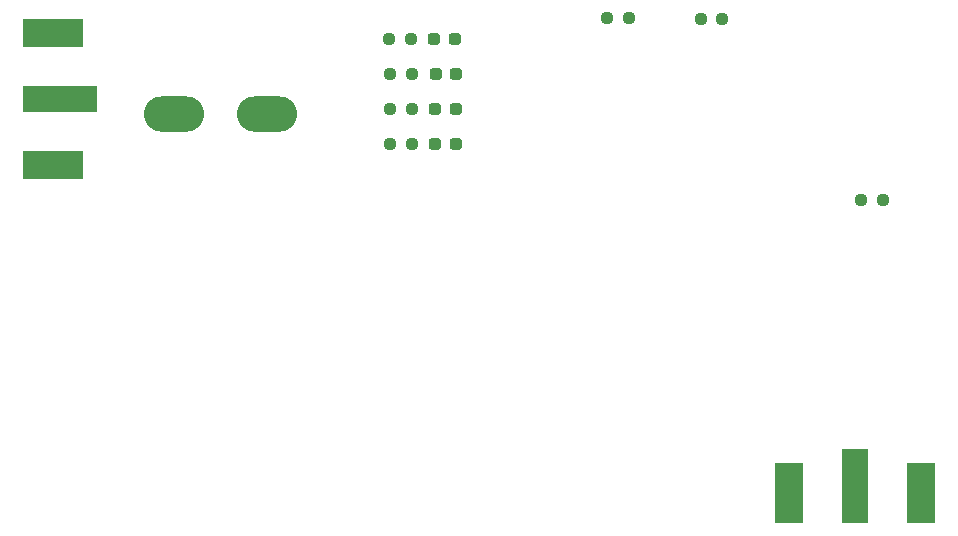
<source format=gbr>
%TF.GenerationSoftware,KiCad,Pcbnew,7.0.7*%
%TF.CreationDate,2023-11-07T19:23:38-06:00*%
%TF.ProjectId,FTIR_Main_Hardware,46544952-5f4d-4616-996e-5f4861726477,rev?*%
%TF.SameCoordinates,Original*%
%TF.FileFunction,Paste,Top*%
%TF.FilePolarity,Positive*%
%FSLAX46Y46*%
G04 Gerber Fmt 4.6, Leading zero omitted, Abs format (unit mm)*
G04 Created by KiCad (PCBNEW 7.0.7) date 2023-11-07 19:23:38*
%MOMM*%
%LPD*%
G01*
G04 APERTURE LIST*
G04 Aperture macros list*
%AMRoundRect*
0 Rectangle with rounded corners*
0 $1 Rounding radius*
0 $2 $3 $4 $5 $6 $7 $8 $9 X,Y pos of 4 corners*
0 Add a 4 corners polygon primitive as box body*
4,1,4,$2,$3,$4,$5,$6,$7,$8,$9,$2,$3,0*
0 Add four circle primitives for the rounded corners*
1,1,$1+$1,$2,$3*
1,1,$1+$1,$4,$5*
1,1,$1+$1,$6,$7*
1,1,$1+$1,$8,$9*
0 Add four rect primitives between the rounded corners*
20,1,$1+$1,$2,$3,$4,$5,0*
20,1,$1+$1,$4,$5,$6,$7,0*
20,1,$1+$1,$6,$7,$8,$9,0*
20,1,$1+$1,$8,$9,$2,$3,0*%
G04 Aperture macros list end*
%ADD10RoundRect,0.237500X0.287500X0.237500X-0.287500X0.237500X-0.287500X-0.237500X0.287500X-0.237500X0*%
%ADD11O,5.100000X3.000000*%
%ADD12RoundRect,0.237500X0.250000X0.237500X-0.250000X0.237500X-0.250000X-0.237500X0.250000X-0.237500X0*%
%ADD13RoundRect,0.237500X-0.250000X-0.237500X0.250000X-0.237500X0.250000X0.237500X-0.250000X0.237500X0*%
%ADD14R,2.286000X6.350000*%
%ADD15R,2.413000X5.080000*%
%ADD16R,6.350000X2.286000*%
%ADD17R,5.080000X2.413000*%
G04 APERTURE END LIST*
D10*
%TO.C,D2*%
X137671013Y-73603913D03*
X135921013Y-73603913D03*
%TD*%
D11*
%TO.C,Conn1*%
X121666000Y-77024200D03*
X113792000Y-77024200D03*
%TD*%
D12*
%TO.C,R5*%
X173784900Y-84226400D03*
X171959900Y-84226400D03*
%TD*%
D10*
%TO.C,D5*%
X137565700Y-70612000D03*
X135815700Y-70612000D03*
%TD*%
D12*
%TO.C,R4*%
X133900000Y-76582600D03*
X132075000Y-76582600D03*
%TD*%
D13*
%TO.C,R6*%
X132081900Y-79502000D03*
X133906900Y-79502000D03*
%TD*%
D14*
%TO.C,Conn10*%
X171450000Y-108458000D03*
D15*
X165862000Y-109093000D03*
X177038000Y-109093000D03*
%TD*%
D12*
%TO.C,R2*%
X152247600Y-68884800D03*
X150422600Y-68884800D03*
%TD*%
D13*
%TO.C,R3*%
X132064013Y-73603913D03*
X133889013Y-73603913D03*
%TD*%
%TO.C,R7*%
X132005700Y-70612000D03*
X133830700Y-70612000D03*
%TD*%
D10*
%TO.C,D1*%
X137628600Y-79502000D03*
X135878600Y-79502000D03*
%TD*%
D12*
%TO.C,R1*%
X160168600Y-68935600D03*
X158343600Y-68935600D03*
%TD*%
D16*
%TO.C,Conn9*%
X104140000Y-75692000D03*
D17*
X103505000Y-70104000D03*
X103505000Y-81280000D03*
%TD*%
D10*
%TO.C,D4*%
X137616500Y-76582600D03*
X135866500Y-76582600D03*
%TD*%
M02*

</source>
